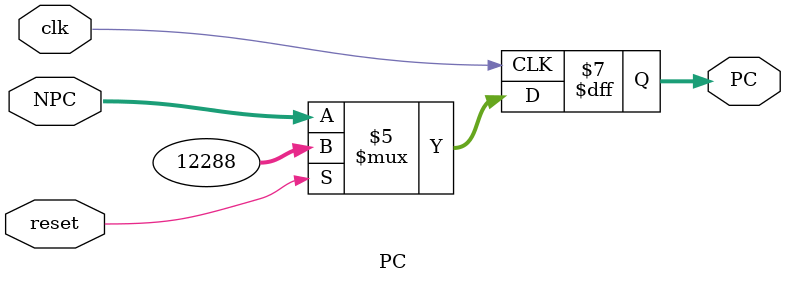
<source format=v>
`timescale 1ns / 1ps


module PC(
    input clk,
    input reset,
    input [31:0] NPC,
    output reg [31:0] PC
    );
    parameter Initial_PC = 32'h0000_3000;
    initial 
    begin
    PC = Initial_PC;
    end
    always@(posedge clk)
    begin
        if(reset == 1'b1)
        begin
            PC <= Initial_PC;
        end
        else
        begin
            PC <= NPC;
        end
    end
endmodule

</source>
